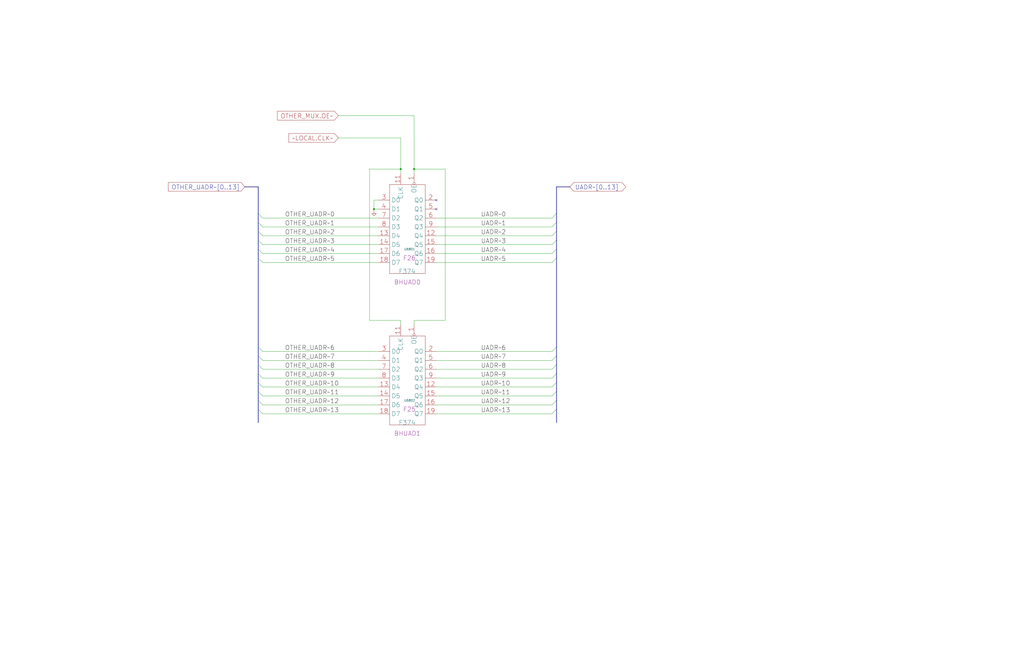
<source format=kicad_sch>
(kicad_sch (version 20230121) (generator eeschema)
  (paper "User" 584.2 378.46)
  (title_block (title "BAD HINT MICRO ADDRESS") (date "22-MAY-90") (rev "1.0") (comment 1 "SEQUENCER") (comment 2 "232-003064") (comment 3 "S400") (comment 4 "RELEASED"))
  (lib_symbols
    (symbol "r1000:F374" (pin_names (offset 1.016))
      (property "Reference" "U" (at 2.54 5.08 0))
      (property "Value" "F374" (at -3.81 -7.62 0))
      (property "Location" "___" (at -1.27 0 0))
      (property "Name" "______" (at 1.27 -15.24 0))
      (symbol "F374_1_1"
        (rectangle (start -8.89 41.91) (end 11.43 -8.89))
        (circle (center 5.08 42.545) (radius 0.635))
        (pin input line (at 5.08 48.26 270) (length 5.08) (name "OE") (number "1"))
        (pin input line (at -2.54 48.26 270) (length 6.35) (name "CLK") (number "11"))
        (pin tri_state line (at 17.78 12.7 180) (length 6.35) (name "Q4") (number "12"))
        (pin input line (at -15.24 12.7 0) (length 6.35) (name "D4") (number "13"))
        (pin input line (at -15.24 7.62 0) (length 6.35) (name "D5") (number "14"))
        (pin tri_state line (at 17.78 7.62 180) (length 6.35) (name "Q5") (number "15"))
        (pin tri_state line (at 17.78 2.54 180) (length 6.35) (name "Q6") (number "16"))
        (pin input line (at -15.24 2.54 0) (length 6.35) (name "D6") (number "17"))
        (pin input line (at -15.24 -2.54 0) (length 6.35) (name "D7") (number "18"))
        (pin tri_state line (at 17.78 -2.54 180) (length 6.35) (name "Q7") (number "19"))
        (pin tri_state line (at 17.78 33.02 180) (length 6.35) (name "Q0") (number "2"))
        (pin input line (at -15.24 33.02 0) (length 6.35) (name "D0") (number "3"))
        (pin input line (at -15.24 27.94 0) (length 6.35) (name "D1") (number "4"))
        (pin tri_state line (at 17.78 27.94 180) (length 6.35) (name "Q1") (number "5"))
        (pin tri_state line (at 17.78 22.86 180) (length 6.35) (name "Q2") (number "6"))
        (pin input line (at -15.24 22.86 0) (length 6.35) (name "D2") (number "7"))
        (pin input line (at -15.24 17.78 0) (length 6.35) (name "D3") (number "8"))
        (pin tri_state line (at 17.78 17.78 180) (length 6.35) (name "Q3") (number "9"))
      )
    )
    (symbol "r1000:PD" (power) (pin_numbers hide) (pin_names hide) (in_bom no)
      (symbol "PD_0_1"
        (polyline (pts (xy 0 -2.54) (xy 1.27 -2.54) (xy 0 -3.81) (xy -1.27 -2.54) (xy 0 -2.54)) (stroke (width 0.1524)))
      )
      (symbol "PD_1_1"
        (pin power_in line (at 0 0 270) (length 2.54) (name "PD") (number "1"))
      )
    )
  )
  (junction (at 213.36 119.38))
  (junction (at 236.22 96.52))
  (junction (at 228.6 96.52))
  (no_connect (at 248.92 119.38))
  (no_connect (at 248.92 114.3))
  (bus_entry (at 317.5 203.2) (size -2.54 2.54))
  (bus_entry (at 317.5 147.32) (size -2.54 2.54))
  (bus_entry (at 147.32 132.08) (size 2.54 2.54))
  (bus_entry (at 147.32 121.92) (size 2.54 2.54))
  (bus_entry (at 147.32 223.52) (size 2.54 2.54))
  (bus_entry (at 317.5 218.44) (size -2.54 2.54))
  (bus_entry (at 147.32 233.68) (size 2.54 2.54))
  (bus_entry (at 147.32 213.36) (size 2.54 2.54))
  (bus_entry (at 147.32 208.28) (size 2.54 2.54))
  (bus_entry (at 317.5 233.68) (size -2.54 2.54))
  (bus_entry (at 317.5 213.36) (size -2.54 2.54))
  (bus_entry (at 317.5 198.12) (size -2.54 2.54))
  (bus_entry (at 317.5 127) (size -2.54 2.54))
  (bus_entry (at 147.32 218.44) (size 2.54 2.54))
  (bus_entry (at 317.5 228.6) (size -2.54 2.54))
  (bus_entry (at 317.5 121.92) (size -2.54 2.54))
  (bus_entry (at 147.32 228.6) (size 2.54 2.54))
  (bus_entry (at 147.32 137.16) (size 2.54 2.54))
  (bus_entry (at 317.5 132.08) (size -2.54 2.54))
  (bus_entry (at 317.5 137.16) (size -2.54 2.54))
  (bus_entry (at 317.5 142.24) (size -2.54 2.54))
  (bus_entry (at 317.5 223.52) (size -2.54 2.54))
  (bus_entry (at 147.32 142.24) (size 2.54 2.54))
  (bus_entry (at 147.32 198.12) (size 2.54 2.54))
  (bus_entry (at 317.5 208.28) (size -2.54 2.54))
  (bus_entry (at 147.32 147.32) (size 2.54 2.54))
  (bus_entry (at 147.32 127) (size 2.54 2.54))
  (bus_entry (at 147.32 203.2) (size 2.54 2.54))
  (bus (pts (xy 147.32 208.28) (xy 147.32 213.36)))
  (bus (pts (xy 147.32 213.36) (xy 147.32 218.44)))
  (bus (pts (xy 317.5 218.44) (xy 317.5 223.52)))
  (wire (pts (xy 248.92 215.9) (xy 314.96 215.9)))
  (wire (pts (xy 236.22 66.04) (xy 236.22 96.52)))
  (wire (pts (xy 193.04 66.04) (xy 236.22 66.04)))
  (bus (pts (xy 317.5 142.24) (xy 317.5 147.32)))
  (bus (pts (xy 139.7 106.68) (xy 147.32 106.68)))
  (bus (pts (xy 147.32 142.24) (xy 147.32 147.32)))
  (bus (pts (xy 317.5 137.16) (xy 317.5 142.24)))
  (wire (pts (xy 149.86 210.82) (xy 215.9 210.82)))
  (wire (pts (xy 149.86 134.62) (xy 215.9 134.62)))
  (wire (pts (xy 248.92 144.78) (xy 314.96 144.78)))
  (wire (pts (xy 149.86 139.7) (xy 215.9 139.7)))
  (bus (pts (xy 147.32 198.12) (xy 147.32 203.2)))
  (bus (pts (xy 147.32 132.08) (xy 147.32 137.16)))
  (wire (pts (xy 248.92 210.82) (xy 314.96 210.82)))
  (wire (pts (xy 228.6 78.74) (xy 228.6 96.52)))
  (wire (pts (xy 254 182.88) (xy 236.22 182.88)))
  (wire (pts (xy 213.36 114.3) (xy 213.36 119.38)))
  (bus (pts (xy 317.5 147.32) (xy 317.5 198.12)))
  (wire (pts (xy 248.92 149.86) (xy 314.96 149.86)))
  (bus (pts (xy 317.5 127) (xy 317.5 132.08)))
  (bus (pts (xy 317.5 208.28) (xy 317.5 213.36)))
  (bus (pts (xy 147.32 233.68) (xy 147.32 241.3)))
  (wire (pts (xy 149.86 231.14) (xy 215.9 231.14)))
  (bus (pts (xy 317.5 228.6) (xy 317.5 233.68)))
  (bus (pts (xy 147.32 223.52) (xy 147.32 228.6)))
  (wire (pts (xy 149.86 200.66) (xy 215.9 200.66)))
  (wire (pts (xy 210.82 182.88) (xy 210.82 96.52)))
  (wire (pts (xy 248.92 124.46) (xy 314.96 124.46)))
  (bus (pts (xy 147.32 137.16) (xy 147.32 142.24)))
  (wire (pts (xy 149.86 226.06) (xy 215.9 226.06)))
  (wire (pts (xy 215.9 114.3) (xy 213.36 114.3)))
  (bus (pts (xy 317.5 106.68) (xy 317.5 121.92)))
  (wire (pts (xy 236.22 96.52) (xy 254 96.52)))
  (bus (pts (xy 317.5 132.08) (xy 317.5 137.16)))
  (wire (pts (xy 228.6 96.52) (xy 228.6 99.06)))
  (wire (pts (xy 210.82 96.52) (xy 228.6 96.52)))
  (bus (pts (xy 317.5 233.68) (xy 317.5 241.3)))
  (bus (pts (xy 147.32 127) (xy 147.32 132.08)))
  (wire (pts (xy 248.92 129.54) (xy 314.96 129.54)))
  (wire (pts (xy 248.92 220.98) (xy 314.96 220.98)))
  (wire (pts (xy 248.92 226.06) (xy 314.96 226.06)))
  (wire (pts (xy 248.92 231.14) (xy 314.96 231.14)))
  (wire (pts (xy 236.22 96.52) (xy 236.22 99.06)))
  (bus (pts (xy 317.5 213.36) (xy 317.5 218.44)))
  (bus (pts (xy 325.12 106.68) (xy 317.5 106.68)))
  (wire (pts (xy 149.86 220.98) (xy 215.9 220.98)))
  (wire (pts (xy 149.86 236.22) (xy 215.9 236.22)))
  (wire (pts (xy 248.92 200.66) (xy 314.96 200.66)))
  (bus (pts (xy 147.32 228.6) (xy 147.32 233.68)))
  (bus (pts (xy 147.32 121.92) (xy 147.32 127)))
  (wire (pts (xy 149.86 205.74) (xy 215.9 205.74)))
  (wire (pts (xy 228.6 182.88) (xy 210.82 182.88)))
  (wire (pts (xy 149.86 149.86) (xy 215.9 149.86)))
  (bus (pts (xy 317.5 223.52) (xy 317.5 228.6)))
  (wire (pts (xy 248.92 205.74) (xy 314.96 205.74)))
  (bus (pts (xy 147.32 203.2) (xy 147.32 208.28)))
  (wire (pts (xy 248.92 134.62) (xy 314.96 134.62)))
  (bus (pts (xy 317.5 203.2) (xy 317.5 208.28)))
  (wire (pts (xy 248.92 236.22) (xy 314.96 236.22)))
  (wire (pts (xy 149.86 144.78) (xy 215.9 144.78)))
  (wire (pts (xy 193.04 78.74) (xy 228.6 78.74)))
  (wire (pts (xy 213.36 119.38) (xy 215.9 119.38)))
  (wire (pts (xy 149.86 215.9) (xy 215.9 215.9)))
  (wire (pts (xy 236.22 182.88) (xy 236.22 185.42)))
  (bus (pts (xy 147.32 218.44) (xy 147.32 223.52)))
  (wire (pts (xy 228.6 185.42) (xy 228.6 182.88)))
  (wire (pts (xy 254 96.52) (xy 254 182.88)))
  (bus (pts (xy 317.5 198.12) (xy 317.5 203.2)))
  (wire (pts (xy 149.86 124.46) (xy 215.9 124.46)))
  (bus (pts (xy 317.5 121.92) (xy 317.5 127)))
  (wire (pts (xy 149.86 129.54) (xy 215.9 129.54)))
  (bus (pts (xy 147.32 147.32) (xy 147.32 198.12)))
  (bus (pts (xy 147.32 106.68) (xy 147.32 121.92)))
  (wire (pts (xy 248.92 139.7) (xy 314.96 139.7)))
  (label "OTHER_UADR~4" (at 162.56 144.78 0) (effects (font (size 2.54 2.54))))
  (label "UADR~1" (at 274.32 129.54 0) (effects (font (size 2.54 2.54))))
  (label "OTHER_UADR~5" (at 162.56 149.86 0) (effects (font (size 2.54 2.54))))
  (label "OTHER_UADR~12" (at 162.56 231.14 0) (effects (font (size 2.54 2.54))))
  (label "OTHER_UADR~2" (at 162.56 134.62 0) (effects (font (size 2.54 2.54))))
  (label "OTHER_UADR~3" (at 162.56 139.7 0) (effects (font (size 2.54 2.54))))
  (label "OTHER_UADR~9" (at 162.56 215.9 0) (effects (font (size 2.54 2.54))))
  (label "UADR~3" (at 274.32 139.7 0) (effects (font (size 2.54 2.54))))
  (label "UADR~10" (at 274.32 220.98 0) (effects (font (size 2.54 2.54))))
  (label "UADR~11" (at 274.32 226.06 0) (effects (font (size 2.54 2.54))))
  (label "UADR~2" (at 274.32 134.62 0) (effects (font (size 2.54 2.54))))
  (label "OTHER_UADR~11" (at 162.56 226.06 0) (effects (font (size 2.54 2.54))))
  (label "OTHER_UADR~10" (at 162.56 220.98 0) (effects (font (size 2.54 2.54))))
  (label "OTHER_UADR~13" (at 162.56 236.22 0) (effects (font (size 2.54 2.54))))
  (label "OTHER_UADR~6" (at 162.56 200.66 0) (effects (font (size 2.54 2.54))))
  (label "UADR~6" (at 274.32 200.66 0) (effects (font (size 2.54 2.54))))
  (label "UADR~5" (at 274.32 149.86 0) (effects (font (size 2.54 2.54))))
  (label "OTHER_UADR~7" (at 162.56 205.74 0) (effects (font (size 2.54 2.54))))
  (label "OTHER_UADR~1" (at 162.56 129.54 0) (effects (font (size 2.54 2.54))))
  (label "OTHER_UADR~0" (at 162.56 124.46 0) (effects (font (size 2.54 2.54))))
  (label "UADR~8" (at 274.32 210.82 0) (effects (font (size 2.54 2.54))))
  (label "UADR~13" (at 274.32 236.22 0) (effects (font (size 2.54 2.54))))
  (label "OTHER_UADR~8" (at 162.56 210.82 0) (effects (font (size 2.54 2.54))))
  (label "UADR~12" (at 274.32 231.14 0) (effects (font (size 2.54 2.54))))
  (label "UADR~0" (at 274.32 124.46 0) (effects (font (size 2.54 2.54))))
  (label "UADR~4" (at 274.32 144.78 0) (effects (font (size 2.54 2.54))))
  (label "UADR~9" (at 274.32 215.9 0) (effects (font (size 2.54 2.54))))
  (label "UADR~7" (at 274.32 205.74 0) (effects (font (size 2.54 2.54))))
  (global_label "~LOCAL.CLK~" (shape input) (at 193.04 78.74 180) (effects (font (size 2.54 2.54))) (property "Intersheetrefs" "${INTERSHEET_REFS}" (at 164.7492 78.5813 0) (effects (font (size 1.905 1.905)) (justify right))))
  (global_label "UADR~[0..13]" (shape bidirectional) (at 325.12 106.68 0) (effects (font (size 2.54 2.54))) (property "Intersheetrefs" "${INTERSHEET_REFS}" (at 354.7412 106.5213 0) (effects (font (size 1.905 1.905)) (justify left))))
  (global_label "OTHER_UADR~[0..13]" (shape input) (at 139.7 106.68 180) (effects (font (size 2.54 2.54))) (property "Intersheetrefs" "${INTERSHEET_REFS}" (at 96.0483 106.5213 0) (effects (font (size 1.905 1.905)) (justify right))))
  (global_label "OTHER_MUX.OE~" (shape input) (at 193.04 66.04 180) (effects (font (size 2.54 2.54))) (property "Intersheetrefs" "${INTERSHEET_REFS}" (at 158.2178 65.8813 0) (effects (font (size 1.905 1.905)) (justify right))))
  (symbol (lib_id "r1000:F374") (at 231.14 233.68 0) (unit 1)
    (property "Reference" "U6802" (at 233.68 228.6 0))
    (property "Value" "F374" (at 227.33 241.3 0) (effects (font (size 2.54 2.54)) (justify left)))
    (property "Location" "F25" (at 229.87 233.68 0) (effects (font (size 2.54 2.54)) (justify left)))
    (property "Name" "BHUAD1" (at 232.41 248.92 0) (effects (font (size 2.54 2.54)) (justify bottom)))
  )
  (symbol (lib_id "r1000:F374") (at 231.14 147.32 0) (unit 1)
    (property "Reference" "U6801" (at 233.68 142.24 0))
    (property "Value" "F374" (at 227.33 154.94 0) (effects (font (size 2.54 2.54)) (justify left)))
    (property "Location" "F26" (at 229.87 147.32 0) (effects (font (size 2.54 2.54)) (justify left)))
    (property "Name" "BHUAD0" (at 232.41 162.56 0) (effects (font (size 2.54 2.54)) (justify bottom)))
  )
  (symbol (lib_id "r1000:PD") (at 213.36 119.38 0) (unit 1) (in_bom no)
    (property "Reference" "#PWR06801" (effects hide))
    (property "Value" "PD" (effects hide))
  )
)
</source>
